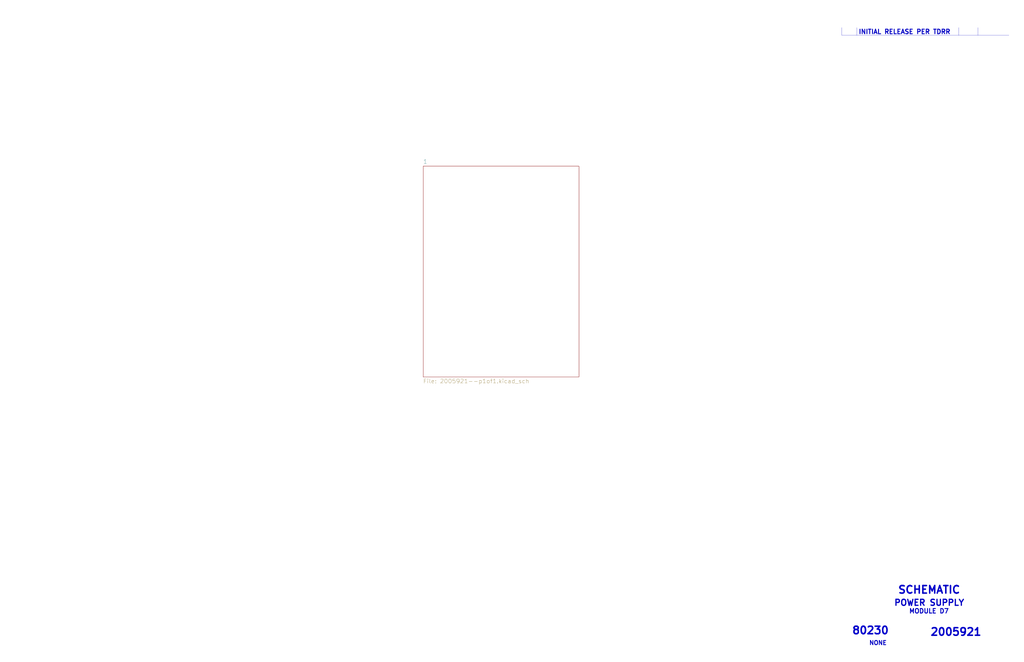
<source format=kicad_sch>
(kicad_sch (version 20211123) (generator eeschema)
  (paper "D")
  (lib_symbols)
  (polyline (pts (xy 710.0062 23.2918) (xy 710.0062 29.845)) (stroke (width 0) (type solid)))
  (polyline (pts (xy 850.9 29.845) (xy 710.0062 29.845)) (stroke (width 0) (type solid)))
  (polyline (pts (xy 808.5074 23.2918) (xy 808.5074 29.845)) (stroke (width 0) (type solid)))
  (polyline (pts (xy 722.7062 23.2918) (xy 722.7062 29.845)) (stroke (width 0) (type solid)))
  (polyline (pts (xy 824.7888 23.2918) (xy 824.7888 29.845)) (stroke (width 0) (type solid)))
  (text "2005921" (at 784.225 537.21 0) (effects (font (size 6.35 6.35) (thickness 1.27) bold) (justify left bottom)))
  (text "MODULE D7" (at 766.445 518.16 0) (effects (font (size 3.81 3.81) (thickness 0.762) bold) (justify left bottom)))
  (text "INITIAL RELEASE PER TDRR" (at 723.9 29.21 0) (effects (font (size 3.81 3.81) (thickness 0.762) bold) (justify left bottom)))
  (text "POWER SUPPLY" (at 753.745 511.81 0) (effects (font (size 5.08 5.08) (thickness 1.016) bold) (justify left bottom)))
  (text "80230" (at 718.185 535.94 0) (effects (font (size 6.35 6.35) (thickness 1.27) bold) (justify left bottom)))
  (text "SCHEMATIC" (at 756.92 501.65 0) (effects (font (size 6.35 6.35) (thickness 1.27) bold) (justify left bottom)))
  (text "NONE" (at 732.79 544.83 0) (effects (font (size 3.556 3.556) (thickness 0.7112) bold) (justify left bottom)))
  (sheet (at 356.87 140.335) (size 131.445 177.8)
    (property "Sheet name" "1" (at 356.87 138.4804 0) (effects (font (size 3.556 3.556)) (justify left bottom)))
    (property "Sheet file" "2005921--p1of1.kicad_sch" (at 356.87 319.634 0) (effects (font (size 3.556 3.556)) (justify left top)))
  )
)
</source>
